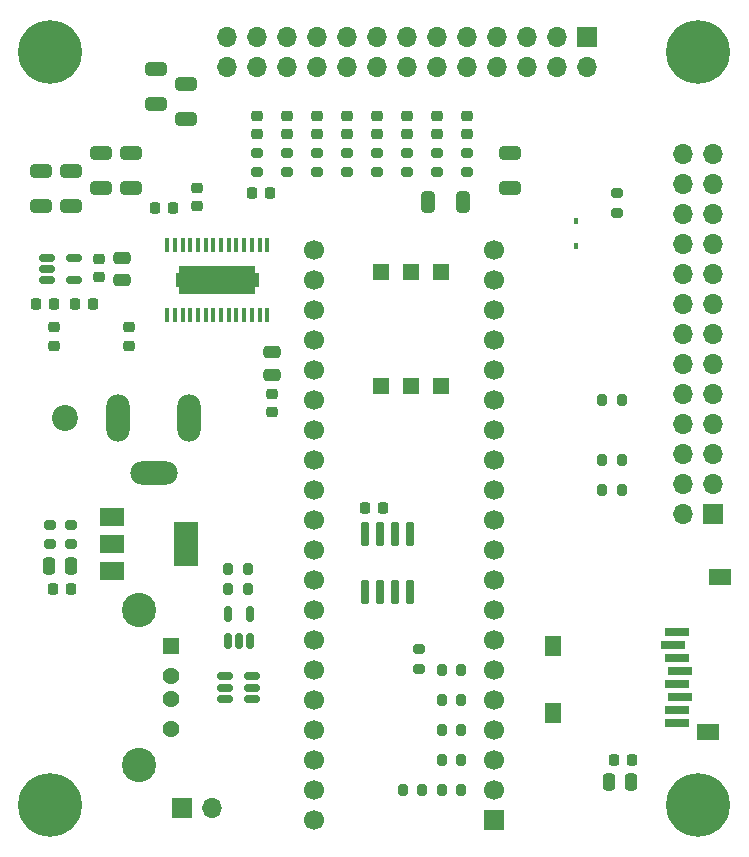
<source format=gbr>
%TF.GenerationSoftware,KiCad,Pcbnew,(6.0.5)*%
%TF.CreationDate,2023-03-04T13:24:12-08:00*%
%TF.ProjectId,DaisyRogue,44616973-7952-46f6-9775-652e6b696361,rev?*%
%TF.SameCoordinates,Original*%
%TF.FileFunction,Soldermask,Top*%
%TF.FilePolarity,Negative*%
%FSLAX46Y46*%
G04 Gerber Fmt 4.6, Leading zero omitted, Abs format (unit mm)*
G04 Created by KiCad (PCBNEW (6.0.5)) date 2023-03-04 13:24:12*
%MOMM*%
%LPD*%
G01*
G04 APERTURE LIST*
G04 Aperture macros list*
%AMRoundRect*
0 Rectangle with rounded corners*
0 $1 Rounding radius*
0 $2 $3 $4 $5 $6 $7 $8 $9 X,Y pos of 4 corners*
0 Add a 4 corners polygon primitive as box body*
4,1,4,$2,$3,$4,$5,$6,$7,$8,$9,$2,$3,0*
0 Add four circle primitives for the rounded corners*
1,1,$1+$1,$2,$3*
1,1,$1+$1,$4,$5*
1,1,$1+$1,$6,$7*
1,1,$1+$1,$8,$9*
0 Add four rect primitives between the rounded corners*
20,1,$1+$1,$2,$3,$4,$5,0*
20,1,$1+$1,$4,$5,$6,$7,0*
20,1,$1+$1,$6,$7,$8,$9,0*
20,1,$1+$1,$8,$9,$2,$3,0*%
G04 Aperture macros list end*
%ADD10C,0.100000*%
%ADD11RoundRect,0.225000X-0.250000X0.225000X-0.250000X-0.225000X0.250000X-0.225000X0.250000X0.225000X0*%
%ADD12RoundRect,0.200000X-0.275000X0.200000X-0.275000X-0.200000X0.275000X-0.200000X0.275000X0.200000X0*%
%ADD13RoundRect,0.218750X-0.256250X0.218750X-0.256250X-0.218750X0.256250X-0.218750X0.256250X0.218750X0*%
%ADD14RoundRect,0.200000X0.200000X0.275000X-0.200000X0.275000X-0.200000X-0.275000X0.200000X-0.275000X0*%
%ADD15R,2.000000X1.500000*%
%ADD16R,2.000000X3.800000*%
%ADD17RoundRect,0.225000X0.225000X0.250000X-0.225000X0.250000X-0.225000X-0.250000X0.225000X-0.250000X0*%
%ADD18C,5.400000*%
%ADD19C,3.100000*%
%ADD20RoundRect,0.250000X-0.650000X0.325000X-0.650000X-0.325000X0.650000X-0.325000X0.650000X0.325000X0*%
%ADD21R,1.700000X1.700000*%
%ADD22O,1.700000X1.700000*%
%ADD23R,1.346200X1.320800*%
%ADD24RoundRect,0.200000X0.275000X-0.200000X0.275000X0.200000X-0.275000X0.200000X-0.275000X-0.200000X0*%
%ADD25RoundRect,0.200000X-0.200000X-0.275000X0.200000X-0.275000X0.200000X0.275000X-0.200000X0.275000X0*%
%ADD26RoundRect,0.250000X-0.475000X0.250000X-0.475000X-0.250000X0.475000X-0.250000X0.475000X0.250000X0*%
%ADD27RoundRect,0.150000X-0.512500X-0.150000X0.512500X-0.150000X0.512500X0.150000X-0.512500X0.150000X0*%
%ADD28R,0.304800X1.270000*%
%ADD29R,6.460000X2.400000*%
%ADD30RoundRect,0.042000X0.258000X-0.943000X0.258000X0.943000X-0.258000X0.943000X-0.258000X-0.943000X0*%
%ADD31C,2.895600*%
%ADD32R,1.428000X1.428000*%
%ADD33C,1.428000*%
%ADD34RoundRect,0.150000X0.150000X-0.512500X0.150000X0.512500X-0.150000X0.512500X-0.150000X-0.512500X0*%
%ADD35C,1.700000*%
%ADD36RoundRect,0.225000X-0.225000X-0.250000X0.225000X-0.250000X0.225000X0.250000X-0.225000X0.250000X0*%
%ADD37RoundRect,0.250000X0.325000X0.650000X-0.325000X0.650000X-0.325000X-0.650000X0.325000X-0.650000X0*%
%ADD38R,0.450000X0.600000*%
%ADD39RoundRect,0.150000X0.512500X0.150000X-0.512500X0.150000X-0.512500X-0.150000X0.512500X-0.150000X0*%
%ADD40C,2.200000*%
%ADD41O,2.000000X4.000000*%
%ADD42O,4.000000X2.000000*%
%ADD43RoundRect,0.250000X0.250000X0.475000X-0.250000X0.475000X-0.250000X-0.475000X0.250000X-0.475000X0*%
%ADD44R,2.000000X0.800000*%
%ADD45R,1.400000X1.800000*%
%ADD46R,1.900000X1.400000*%
G04 APERTURE END LIST*
%TO.C,U3*%
G36*
X97823900Y-97857000D02*
G01*
X97573900Y-97857000D01*
X97573900Y-96707000D01*
X97823900Y-96707000D01*
X97823900Y-97857000D01*
G37*
D10*
X97823900Y-97857000D02*
X97573900Y-97857000D01*
X97573900Y-96707000D01*
X97823900Y-96707000D01*
X97823900Y-97857000D01*
G36*
X104533900Y-97857000D02*
G01*
X104283900Y-97857000D01*
X104283900Y-96707000D01*
X104533900Y-96707000D01*
X104533900Y-97857000D01*
G37*
X104533900Y-97857000D02*
X104283900Y-97857000D01*
X104283900Y-96707000D01*
X104533900Y-96707000D01*
X104533900Y-97857000D01*
%TD*%
D11*
%TO.C,C2*%
X105664000Y-106921000D03*
X105664000Y-108471000D03*
%TD*%
D12*
%TO.C,R8*%
X106934000Y-86551000D03*
X106934000Y-88201000D03*
%TD*%
%TO.C,R13*%
X86868000Y-118047000D03*
X86868000Y-119697000D03*
%TD*%
D11*
%TO.C,C15*%
X112014000Y-83426000D03*
X112014000Y-84976000D03*
%TD*%
%TO.C,C25*%
X91059000Y-95491000D03*
X91059000Y-97041000D03*
%TD*%
D13*
%TO.C,FB2*%
X93599000Y-101320500D03*
X93599000Y-102895500D03*
%TD*%
D14*
%TO.C,R4*%
X135318000Y-115062000D03*
X133668000Y-115062000D03*
%TD*%
D15*
%TO.C,U5*%
X92100000Y-117334000D03*
D16*
X98400000Y-119634000D03*
D15*
X92100000Y-119634000D03*
X92100000Y-121934000D03*
%TD*%
D17*
%TO.C,C29*%
X136157000Y-137922000D03*
X134607000Y-137922000D03*
%TD*%
D12*
%TO.C,R12*%
X104394000Y-86551000D03*
X104394000Y-88201000D03*
%TD*%
D11*
%TO.C,C21*%
X99314000Y-89522000D03*
X99314000Y-91072000D03*
%TD*%
D12*
%TO.C,R10*%
X114554000Y-86551000D03*
X114554000Y-88201000D03*
%TD*%
D14*
%TO.C,R23*%
X103631000Y-121793000D03*
X101981000Y-121793000D03*
%TD*%
%TO.C,R15*%
X135318000Y-107442000D03*
X133668000Y-107442000D03*
%TD*%
D18*
%TO.C,H4*%
X86868000Y-141732000D03*
D19*
X86868000Y-141732000D03*
%TD*%
D17*
%TO.C,C19*%
X97295000Y-91186000D03*
X95745000Y-91186000D03*
%TD*%
D11*
%TO.C,C13*%
X117094000Y-83426000D03*
X117094000Y-84976000D03*
%TD*%
D20*
%TO.C,C5*%
X93726000Y-89486000D03*
X93726000Y-86536000D03*
%TD*%
D21*
%TO.C,J3*%
X98039000Y-141986000D03*
D22*
X100579000Y-141986000D03*
%TD*%
D23*
%TO.C,U2*%
X120015000Y-96627800D03*
X117475000Y-96627800D03*
X114935000Y-96627800D03*
X114935000Y-106318200D03*
X117475000Y-106318200D03*
X120015000Y-106318200D03*
%TD*%
D12*
%TO.C,R2*%
X134874000Y-89980000D03*
X134874000Y-91630000D03*
%TD*%
%TO.C,R6*%
X117094000Y-86551000D03*
X117094000Y-88201000D03*
%TD*%
D24*
%TO.C,R21*%
X118110000Y-130238000D03*
X118110000Y-128588000D03*
%TD*%
D25*
%TO.C,R20*%
X120079000Y-140462000D03*
X121729000Y-140462000D03*
%TD*%
D21*
%TO.C,J2*%
X132319000Y-76703000D03*
D22*
X132319000Y-79243000D03*
X129779000Y-76703000D03*
X129779000Y-79243000D03*
X127239000Y-76703000D03*
X127239000Y-79243000D03*
X124699000Y-76703000D03*
X124699000Y-79243000D03*
X122159000Y-76703000D03*
X122159000Y-79243000D03*
X119619000Y-76703000D03*
X119619000Y-79243000D03*
X117079000Y-76703000D03*
X117079000Y-79243000D03*
X114539000Y-76703000D03*
X114539000Y-79243000D03*
X111999000Y-76703000D03*
X111999000Y-79243000D03*
X109459000Y-76703000D03*
X109459000Y-79243000D03*
X106919000Y-76703000D03*
X106919000Y-79243000D03*
X104379000Y-76703000D03*
X104379000Y-79243000D03*
X101839000Y-76703000D03*
X101839000Y-79243000D03*
%TD*%
D12*
%TO.C,R11*%
X109474000Y-86551000D03*
X109474000Y-88201000D03*
%TD*%
D21*
%TO.C,J1*%
X143007000Y-117079000D03*
D22*
X140467000Y-117079000D03*
X143007000Y-114539000D03*
X140467000Y-114539000D03*
X143007000Y-111999000D03*
X140467000Y-111999000D03*
X143007000Y-109459000D03*
X140467000Y-109459000D03*
X143007000Y-106919000D03*
X140467000Y-106919000D03*
X143007000Y-104379000D03*
X140467000Y-104379000D03*
X143007000Y-101839000D03*
X140467000Y-101839000D03*
X143007000Y-99299000D03*
X140467000Y-99299000D03*
X143007000Y-96759000D03*
X140467000Y-96759000D03*
X143007000Y-94219000D03*
X140467000Y-94219000D03*
X143007000Y-91679000D03*
X140467000Y-91679000D03*
X143007000Y-89139000D03*
X140467000Y-89139000D03*
X143007000Y-86599000D03*
X140467000Y-86599000D03*
%TD*%
D12*
%TO.C,R9*%
X119634000Y-86551000D03*
X119634000Y-88201000D03*
%TD*%
D13*
%TO.C,FB1*%
X87249000Y-101320500D03*
X87249000Y-102895500D03*
%TD*%
D20*
%TO.C,C10*%
X86106000Y-91010000D03*
X86106000Y-88060000D03*
%TD*%
D25*
%TO.C,R16*%
X120079000Y-130302000D03*
X121729000Y-130302000D03*
%TD*%
D12*
%TO.C,R14*%
X88646000Y-118047000D03*
X88646000Y-119697000D03*
%TD*%
D20*
%TO.C,C9*%
X91186000Y-89486000D03*
X91186000Y-86536000D03*
%TD*%
D11*
%TO.C,C14*%
X114554000Y-83426000D03*
X114554000Y-84976000D03*
%TD*%
D19*
%TO.C,H3*%
X141732000Y-141732000D03*
D18*
X141732000Y-141732000D03*
%TD*%
D20*
%TO.C,C4*%
X98425000Y-83644000D03*
X98425000Y-80694000D03*
%TD*%
D11*
%TO.C,C12*%
X119634000Y-83426000D03*
X119634000Y-84976000D03*
%TD*%
D26*
%TO.C,C1*%
X105664000Y-103444000D03*
X105664000Y-105344000D03*
%TD*%
D27*
%TO.C,U4*%
X86619500Y-95443000D03*
X86619500Y-96393000D03*
X86619500Y-97343000D03*
X88894500Y-97343000D03*
X88894500Y-95443000D03*
%TD*%
D28*
%TO.C,U3*%
X96828826Y-100253800D03*
X97478837Y-100253800D03*
X98128849Y-100253800D03*
X98778860Y-100253800D03*
X99428872Y-100253800D03*
X100078883Y-100253800D03*
X100728894Y-100253800D03*
X101378906Y-100253800D03*
X102028917Y-100253800D03*
X102678928Y-100253800D03*
X103328940Y-100253800D03*
X103978951Y-100253800D03*
X104628963Y-100253800D03*
X105278974Y-100253800D03*
X105278974Y-94310200D03*
X104628963Y-94310200D03*
X103978951Y-94310200D03*
X103328940Y-94310200D03*
X102678928Y-94310200D03*
X102028917Y-94310200D03*
X101378906Y-94310200D03*
X100728894Y-94310200D03*
X100078883Y-94310200D03*
X99428872Y-94310200D03*
X98778860Y-94310200D03*
X98128849Y-94310200D03*
X97478837Y-94310200D03*
X96828826Y-94310200D03*
D29*
X101053900Y-97282000D03*
%TD*%
D17*
%TO.C,C28*%
X115075000Y-116586000D03*
X113525000Y-116586000D03*
%TD*%
D11*
%TO.C,C17*%
X106934000Y-83426000D03*
X106934000Y-84976000D03*
%TD*%
D30*
%TO.C,U6*%
X113538000Y-123755000D03*
X114808000Y-123755000D03*
X116078000Y-123755000D03*
X117348000Y-123755000D03*
X117348000Y-118815000D03*
X116078000Y-118815000D03*
X114808000Y-118815000D03*
X113538000Y-118815000D03*
%TD*%
D31*
%TO.C,P1*%
X94436000Y-138396000D03*
X94436000Y-125256000D03*
D32*
X97146000Y-128326000D03*
D33*
X97146000Y-130826000D03*
X97146000Y-132826000D03*
X97146000Y-135326000D03*
%TD*%
D25*
%TO.C,R1*%
X116777000Y-140462000D03*
X118427000Y-140462000D03*
%TD*%
D17*
%TO.C,C24*%
X90564000Y-99314000D03*
X89014000Y-99314000D03*
%TD*%
D14*
%TO.C,R3*%
X135318000Y-112522000D03*
X133668000Y-112522000D03*
%TD*%
D34*
%TO.C,U7*%
X101920000Y-127883500D03*
X102870000Y-127883500D03*
X103820000Y-127883500D03*
X103820000Y-125608500D03*
X101920000Y-125608500D03*
%TD*%
D21*
%TO.C,A1*%
X124460000Y-143002000D03*
D35*
X124460000Y-140462000D03*
X124460000Y-137922000D03*
X124460000Y-135382000D03*
X124460000Y-132842000D03*
X124460000Y-130302000D03*
X124460000Y-127762000D03*
X124460000Y-125222000D03*
X124460000Y-122682000D03*
X124460000Y-120142000D03*
X124460000Y-117602000D03*
X124460000Y-115062000D03*
X124460000Y-112522000D03*
X124460000Y-109982000D03*
X124460000Y-107442000D03*
X124460000Y-104902000D03*
X124460000Y-102362000D03*
X124460000Y-99822000D03*
X124460000Y-97282000D03*
X124460000Y-94742000D03*
X109220000Y-94742000D03*
X109220000Y-97282000D03*
X109220000Y-99822000D03*
X109220000Y-102362000D03*
X109220000Y-104902000D03*
X109220000Y-107442000D03*
X109220000Y-109982000D03*
X109220000Y-112522000D03*
X109220000Y-115062000D03*
X109220000Y-117602000D03*
X109220000Y-120142000D03*
X109220000Y-122682000D03*
X109220000Y-125222000D03*
X109220000Y-127762000D03*
X109220000Y-130302000D03*
X109220000Y-132842000D03*
X109220000Y-135382000D03*
X109220000Y-137922000D03*
X109220000Y-140462000D03*
X109220000Y-143002000D03*
%TD*%
D17*
%TO.C,C26*%
X88659000Y-123444000D03*
X87109000Y-123444000D03*
%TD*%
D11*
%TO.C,C16*%
X109474000Y-83426000D03*
X109474000Y-84976000D03*
%TD*%
D20*
%TO.C,C8*%
X95885000Y-82374000D03*
X95885000Y-79424000D03*
%TD*%
D19*
%TO.C,H2*%
X141732000Y-77978000D03*
D18*
X141732000Y-77978000D03*
%TD*%
D11*
%TO.C,C11*%
X122174000Y-83426000D03*
X122174000Y-84976000D03*
%TD*%
D12*
%TO.C,R7*%
X112014000Y-86551000D03*
X112014000Y-88201000D03*
%TD*%
D36*
%TO.C,C20*%
X104000000Y-89916000D03*
X105550000Y-89916000D03*
%TD*%
D26*
%TO.C,C22*%
X92964000Y-95443000D03*
X92964000Y-97343000D03*
%TD*%
D37*
%TO.C,C7*%
X118921000Y-90678000D03*
X121871000Y-90678000D03*
%TD*%
D25*
%TO.C,R22*%
X101982000Y-123444000D03*
X103632000Y-123444000D03*
%TD*%
D38*
%TO.C,D1*%
X131445000Y-94395000D03*
X131445000Y-92295000D03*
%TD*%
D20*
%TO.C,C6*%
X88646000Y-91010000D03*
X88646000Y-88060000D03*
%TD*%
D39*
%TO.C,U1*%
X104007500Y-132776000D03*
X104007500Y-131826000D03*
X104007500Y-130876000D03*
X101732500Y-130876000D03*
X101732500Y-131826000D03*
X101732500Y-132776000D03*
%TD*%
D25*
%TO.C,R19*%
X120079000Y-137922000D03*
X121729000Y-137922000D03*
%TD*%
D11*
%TO.C,C18*%
X104394000Y-83426000D03*
X104394000Y-84976000D03*
%TD*%
D12*
%TO.C,R5*%
X122174000Y-86551000D03*
X122174000Y-88201000D03*
%TD*%
D40*
%TO.C,J4*%
X88168500Y-108966000D03*
D41*
X98668500Y-108966000D03*
X92668500Y-108966000D03*
D42*
X95668500Y-113666000D03*
%TD*%
D19*
%TO.C,H1*%
X86868000Y-77978000D03*
D18*
X86868000Y-77978000D03*
%TD*%
D43*
%TO.C,C27*%
X88707000Y-121539000D03*
X86807000Y-121539000D03*
%TD*%
%TO.C,C30*%
X136078000Y-139827000D03*
X134178000Y-139827000D03*
%TD*%
D44*
%TO.C,J5*%
X140004000Y-127092000D03*
X139604000Y-128192000D03*
X140004000Y-129292000D03*
X140204000Y-130392000D03*
X140004000Y-131492000D03*
X140204000Y-132592000D03*
X140004000Y-133692000D03*
X140004000Y-134792000D03*
D45*
X129454000Y-133982000D03*
X129454000Y-128282000D03*
D46*
X142604000Y-135582000D03*
X143604000Y-122432000D03*
%TD*%
D25*
%TO.C,R18*%
X120079000Y-135382000D03*
X121729000Y-135382000D03*
%TD*%
D36*
%TO.C,C23*%
X85712000Y-99314000D03*
X87262000Y-99314000D03*
%TD*%
D20*
%TO.C,C3*%
X125857000Y-89486000D03*
X125857000Y-86536000D03*
%TD*%
D25*
%TO.C,R17*%
X120079000Y-132842000D03*
X121729000Y-132842000D03*
%TD*%
M02*

</source>
